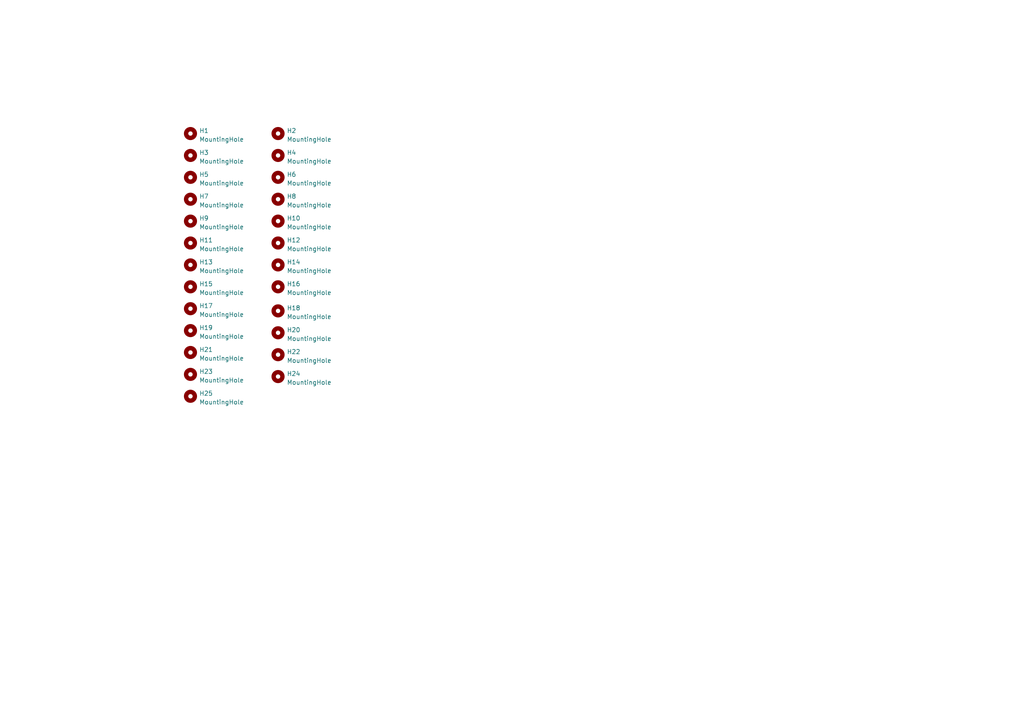
<source format=kicad_sch>
(kicad_sch (version 20230121) (generator eeschema)
  (paper "A4")
  (lib_symbols
    (symbol "Mechanical:MountingHole" (pin_names (offset 1.016))
      (property "Reference" "H" (at 0 5.08 0))
      (property "Value" "MountingHole" (at 0 3.175 0))
      (symbol "MountingHole_0_1"
        (circle (center 0 0) (radius 1.27) (stroke (width 1.27)))
      )
    )
  )
  (symbol (lib_id "Mechanical:MountingHole") (at 55.245 76.835 0) (unit 1)
    (property "Reference" "H13" (at 57.785 76.0003 0) (effects (justify left)))
    (property "Value" "MountingHole" (at 57.785 78.5372 0) (effects (justify left)))
    (property "Footprint" "cipulot_parts:HOLE_M2" (effects hide))
    (instances (project "oceanographer EC" (path "" (reference "H13") (unit 1))) (project "travaulta" (path "" (reference "H7") (unit 1))) (project "EC60" (path "" (reference "H1") (unit 1))))
  )
  (symbol (lib_id "Mechanical:MountingHole") (at 55.245 51.435 0) (unit 1)
    (property "Reference" "H5" (at 57.785 50.6003 0) (effects (justify left)))
    (property "Value" "MountingHole" (at 57.785 53.1372 0) (effects (justify left)))
    (property "Footprint" "cipulot_parts:HOLE_M2" (effects hide))
    (instances (project "oceanographer EC" (path "" (reference "H5") (unit 1))) (project "travaulta" (path "" (reference "H3") (unit 1))) (project "EC60" (path "" (reference "H1") (unit 1))))
  )
  (symbol (lib_id "Mechanical:MountingHole") (at 80.645 90.17 0) (unit 1)
    (property "Reference" "H18" (at 83.185 89.3353 0) (effects (justify left)))
    (property "Value" "MountingHole" (at 83.185 91.8722 0) (effects (justify left)))
    (property "Footprint" "cipulot_parts:HOLE_M2" (effects hide))
    (instances (project "oceanographer EC" (path "" (reference "H18") (unit 1))) (project "travaulta" (path "" (reference "H17") (unit 1))) (project "EC60" (path "" (reference "H1") (unit 1))))
  )
  (symbol (lib_id "Mechanical:MountingHole") (at 80.645 51.435 0) (unit 1)
    (property "Reference" "H6" (at 83.185 50.6003 0) (effects (justify left)))
    (property "Value" "MountingHole" (at 83.185 53.1372 0) (effects (justify left)))
    (property "Footprint" "cipulot_parts:HOLE_M2" (effects hide))
    (instances (project "oceanographer EC" (path "" (reference "H6") (unit 1))) (project "travaulta" (path "" (reference "H11") (unit 1))) (project "EC60" (path "" (reference "H1") (unit 1))))
  )
  (symbol (lib_id "Mechanical:MountingHole") (at 55.245 45.085 0) (unit 1)
    (property "Reference" "H3" (at 57.785 44.2503 0) (effects (justify left)))
    (property "Value" "MountingHole" (at 57.785 46.7872 0) (effects (justify left)))
    (property "Footprint" "cipulot_parts:HOLE_M2" (effects hide))
    (instances (project "oceanographer EC" (path "" (reference "H3") (unit 1))) (project "travaulta" (path "" (reference "H2") (unit 1))) (project "EC60" (path "" (reference "H1") (unit 1))))
  )
  (symbol (lib_id "Mechanical:MountingHole") (at 80.645 109.22 0) (unit 1)
    (property "Reference" "H24" (at 83.185 108.3853 0) (effects (justify left)))
    (property "Value" "MountingHole" (at 83.185 110.9222 0) (effects (justify left)))
    (property "Footprint" "cipulot_parts:HOLE_M2" (effects hide))
    (instances (project "oceanographer EC" (path "" (reference "H24") (unit 1))) (project "travaulta" (path "" (reference "H17") (unit 1))) (project "EC60" (path "" (reference "H1") (unit 1))))
  )
  (symbol (lib_id "Mechanical:MountingHole") (at 80.645 83.185 0) (unit 1)
    (property "Reference" "H16" (at 83.185 82.3503 0) (effects (justify left)))
    (property "Value" "MountingHole" (at 83.185 84.8872 0) (effects (justify left)))
    (property "Footprint" "cipulot_parts:HOLE_M2" (effects hide))
    (instances (project "oceanographer EC" (path "" (reference "H16") (unit 1))) (project "travaulta" (path "" (reference "H16") (unit 1))) (project "EC60" (path "" (reference "H1") (unit 1))))
  )
  (symbol (lib_id "Mechanical:MountingHole") (at 55.245 83.185 0) (unit 1)
    (property "Reference" "H15" (at 57.785 82.3503 0) (effects (justify left)))
    (property "Value" "MountingHole" (at 57.785 84.8872 0) (effects (justify left)))
    (property "Footprint" "cipulot_parts:HOLE_M2" (effects hide))
    (instances (project "oceanographer EC" (path "" (reference "H15") (unit 1))) (project "travaulta" (path "" (reference "H8") (unit 1))) (project "EC60" (path "" (reference "H1") (unit 1))))
  )
  (symbol (lib_id "Mechanical:MountingHole") (at 80.645 38.735 0) (unit 1)
    (property "Reference" "H2" (at 83.185 37.9003 0) (effects (justify left)))
    (property "Value" "MountingHole" (at 83.185 40.4372 0) (effects (justify left)))
    (property "Footprint" "cipulot_parts:HOLE_M2" (effects hide))
    (instances (project "oceanographer EC" (path "" (reference "H2") (unit 1))) (project "travaulta" (path "" (reference "H9") (unit 1))) (project "EC60" (path "" (reference "H1") (unit 1))))
  )
  (symbol (lib_id "Mechanical:MountingHole") (at 55.245 95.885 0) (unit 1)
    (property "Reference" "H19" (at 57.785 95.0503 0) (effects (justify left)))
    (property "Value" "MountingHole" (at 57.785 97.5872 0) (effects (justify left)))
    (property "Footprint" "cipulot_parts:HOLE_M2" (effects hide))
    (instances (project "oceanographer EC" (path "" (reference "H19") (unit 1))) (project "travaulta" (path "" (reference "H17") (unit 1))) (project "EC60" (path "" (reference "H1") (unit 1))))
  )
  (symbol (lib_id "Mechanical:MountingHole") (at 80.645 70.485 0) (unit 1)
    (property "Reference" "H12" (at 83.185 69.6503 0) (effects (justify left)))
    (property "Value" "MountingHole" (at 83.185 72.1872 0) (effects (justify left)))
    (property "Footprint" "cipulot_parts:HOLE_M2" (effects hide))
    (instances (project "oceanographer EC" (path "" (reference "H12") (unit 1))) (project "travaulta" (path "" (reference "H14") (unit 1))) (project "EC60" (path "" (reference "H1") (unit 1))))
  )
  (symbol (lib_id "Mechanical:MountingHole") (at 55.245 38.735 0) (unit 1)
    (property "Reference" "H1" (at 57.785 37.9003 0) (effects (justify left)))
    (property "Value" "MountingHole" (at 57.785 40.4372 0) (effects (justify left)))
    (property "Footprint" "cipulot_parts:HOLE_M2" (effects hide))
  )
  (symbol (lib_id "Mechanical:MountingHole") (at 55.245 89.535 0) (unit 1)
    (property "Reference" "H17" (at 57.785 88.7003 0) (effects (justify left)))
    (property "Value" "MountingHole" (at 57.785 91.2372 0) (effects (justify left)))
    (property "Footprint" "cipulot_parts:HOLE_M2" (effects hide))
    (instances (project "oceanographer EC" (path "" (reference "H17") (unit 1))) (project "travaulta" (path "" (reference "H17") (unit 1))) (project "EC60" (path "" (reference "H1") (unit 1))))
  )
  (symbol (lib_id "Mechanical:MountingHole") (at 80.645 96.52 0) (unit 1)
    (property "Reference" "H20" (at 83.185 95.6853 0) (effects (justify left)))
    (property "Value" "MountingHole" (at 83.185 98.2222 0) (effects (justify left)))
    (property "Footprint" "cipulot_parts:HOLE_M2" (effects hide))
    (instances (project "oceanographer EC" (path "" (reference "H20") (unit 1))) (project "travaulta" (path "" (reference "H17") (unit 1))) (project "EC60" (path "" (reference "H1") (unit 1))))
  )
  (symbol (lib_id "Mechanical:MountingHole") (at 55.245 57.785 0) (unit 1)
    (property "Reference" "H7" (at 57.785 56.9503 0) (effects (justify left)))
    (property "Value" "MountingHole" (at 57.785 59.4872 0) (effects (justify left)))
    (property "Footprint" "cipulot_parts:HOLE_M2" (effects hide))
    (instances (project "oceanographer EC" (path "" (reference "H7") (unit 1))) (project "travaulta" (path "" (reference "H4") (unit 1))) (project "EC60" (path "" (reference "H1") (unit 1))))
  )
  (symbol (lib_id "Mechanical:MountingHole") (at 55.245 102.235 0) (unit 1)
    (property "Reference" "H21" (at 57.785 101.4003 0) (effects (justify left)))
    (property "Value" "MountingHole" (at 57.785 103.9372 0) (effects (justify left)))
    (property "Footprint" "cipulot_parts:HOLE_M2" (effects hide))
    (instances (project "oceanographer EC" (path "" (reference "H21") (unit 1))) (project "travaulta" (path "" (reference "H17") (unit 1))) (project "EC60" (path "" (reference "H1") (unit 1))))
  )
  (symbol (lib_id "Mechanical:MountingHole") (at 55.245 114.935 0) (unit 1)
    (property "Reference" "H25" (at 57.785 114.1003 0) (effects (justify left)))
    (property "Value" "MountingHole" (at 57.785 116.6372 0) (effects (justify left)))
    (property "Footprint" "cipulot_parts:HOLE_M2" (effects hide))
    (instances (project "oceanographer EC" (path "" (reference "H25") (unit 1))) (project "travaulta" (path "" (reference "H17") (unit 1))) (project "EC60" (path "" (reference "H1") (unit 1))))
  )
  (symbol (lib_id "Mechanical:MountingHole") (at 80.645 45.085 0) (unit 1)
    (property "Reference" "H4" (at 83.185 44.2503 0) (effects (justify left)))
    (property "Value" "MountingHole" (at 83.185 46.7872 0) (effects (justify left)))
    (property "Footprint" "cipulot_parts:HOLE_M2" (effects hide))
    (instances (project "oceanographer EC" (path "" (reference "H4") (unit 1))) (project "travaulta" (path "" (reference "H10") (unit 1))) (project "EC60" (path "" (reference "H1") (unit 1))))
  )
  (symbol (lib_id "Mechanical:MountingHole") (at 80.645 102.87 0) (unit 1)
    (property "Reference" "H22" (at 83.185 102.0353 0) (effects (justify left)))
    (property "Value" "MountingHole" (at 83.185 104.5722 0) (effects (justify left)))
    (property "Footprint" "cipulot_parts:HOLE_M2" (effects hide))
    (instances (project "oceanographer EC" (path "" (reference "H22") (unit 1))) (project "travaulta" (path "" (reference "H17") (unit 1))) (project "EC60" (path "" (reference "H1") (unit 1))))
  )
  (symbol (lib_id "Mechanical:MountingHole") (at 55.245 108.585 0) (unit 1)
    (property "Reference" "H23" (at 57.785 107.7503 0) (effects (justify left)))
    (property "Value" "MountingHole" (at 57.785 110.2872 0) (effects (justify left)))
    (property "Footprint" "cipulot_parts:HOLE_M2" (effects hide))
    (instances (project "oceanographer EC" (path "" (reference "H23") (unit 1))) (project "travaulta" (path "" (reference "H17") (unit 1))) (project "EC60" (path "" (reference "H1") (unit 1))))
  )
  (symbol (lib_id "Mechanical:MountingHole") (at 80.645 76.835 0) (unit 1)
    (property "Reference" "H14" (at 83.185 76.0003 0) (effects (justify left)))
    (property "Value" "MountingHole" (at 83.185 78.5372 0) (effects (justify left)))
    (property "Footprint" "cipulot_parts:HOLE_M2" (effects hide))
    (instances (project "oceanographer EC" (path "" (reference "H14") (unit 1))) (project "travaulta" (path "" (reference "H15") (unit 1))) (project "EC60" (path "" (reference "H1") (unit 1))))
  )
  (symbol (lib_id "Mechanical:MountingHole") (at 80.645 57.785 0) (unit 1)
    (property "Reference" "H8" (at 83.185 56.9503 0) (effects (justify left)))
    (property "Value" "MountingHole" (at 83.185 59.4872 0) (effects (justify left)))
    (property "Footprint" "cipulot_parts:HOLE_M2" (effects hide))
    (instances (project "oceanographer EC" (path "" (reference "H8") (unit 1))) (project "travaulta" (path "" (reference "H12") (unit 1))) (project "EC60" (path "" (reference "H1") (unit 1))))
  )
  (symbol (lib_id "Mechanical:MountingHole") (at 55.245 70.485 0) (unit 1)
    (property "Reference" "H11" (at 57.785 69.6503 0) (effects (justify left)))
    (property "Value" "MountingHole" (at 57.785 72.1872 0) (effects (justify left)))
    (property "Footprint" "cipulot_parts:HOLE_M2" (effects hide))
    (instances (project "oceanographer EC" (path "" (reference "H11") (unit 1))) (project "travaulta" (path "" (reference "H6") (unit 1))) (project "EC60" (path "" (reference "H1") (unit 1))))
  )
  (symbol (lib_id "Mechanical:MountingHole") (at 80.645 64.135 0) (unit 1)
    (property "Reference" "H10" (at 83.185 63.3003 0) (effects (justify left)))
    (property "Value" "MountingHole" (at 83.185 65.8372 0) (effects (justify left)))
    (property "Footprint" "cipulot_parts:HOLE_M2" (effects hide))
    (instances (project "oceanographer EC" (path "" (reference "H10") (unit 1))) (project "travaulta" (path "" (reference "H13") (unit 1))) (project "EC60" (path "" (reference "H1") (unit 1))))
  )
  (symbol (lib_id "Mechanical:MountingHole") (at 55.245 64.135 0) (unit 1)
    (property "Reference" "H9" (at 57.785 63.3003 0) (effects (justify left)))
    (property "Value" "MountingHole" (at 57.785 65.8372 0) (effects (justify left)))
    (property "Footprint" "cipulot_parts:HOLE_M2" (effects hide))
    (instances (project "oceanographer EC" (path "" (reference "H9") (unit 1))) (project "travaulta" (path "" (reference "H5") (unit 1))) (project "EC60" (path "" (reference "H1") (unit 1))))
  )
)
</source>
